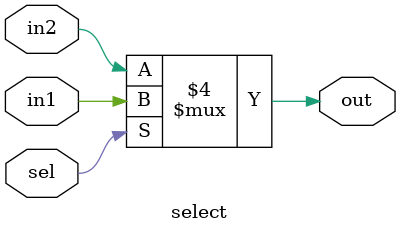
<source format=v>
module select(in1, in2, sel, out);
/* Este modulo se encarga de mandar mas lentamente a la pantalla una señal en modo roll
*/
    input in1;                          // input value 1
    input in2;                          // input value 2
    input sel;                          // selector
    output reg out;                     // output value

	always @(*) begin
        if(sel == 1) begin              // si el selector es 1
            out <= in1;                 // mandamos el valor de entrada 1
        end
        else begin                      // si no
            out <= in2;                 // mandamos el valor de entrada 2
        end
	end
endmodule
</source>
